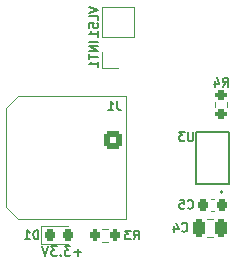
<source format=gbo>
G04 #@! TF.GenerationSoftware,KiCad,Pcbnew,(6.0.11-0)*
G04 #@! TF.CreationDate,2023-06-01T19:50:38-06:00*
G04 #@! TF.ProjectId,LightSensorPCB,4c696768-7453-4656-9e73-6f725043422e,rev?*
G04 #@! TF.SameCoordinates,Original*
G04 #@! TF.FileFunction,Legend,Bot*
G04 #@! TF.FilePolarity,Positive*
%FSLAX46Y46*%
G04 Gerber Fmt 4.6, Leading zero omitted, Abs format (unit mm)*
G04 Created by KiCad (PCBNEW (6.0.11-0)) date 2023-06-01 19:50:38*
%MOMM*%
%LPD*%
G01*
G04 APERTURE LIST*
G04 Aperture macros list*
%AMRoundRect*
0 Rectangle with rounded corners*
0 $1 Rounding radius*
0 $2 $3 $4 $5 $6 $7 $8 $9 X,Y pos of 4 corners*
0 Add a 4 corners polygon primitive as box body*
4,1,4,$2,$3,$4,$5,$6,$7,$8,$9,$2,$3,0*
0 Add four circle primitives for the rounded corners*
1,1,$1+$1,$2,$3*
1,1,$1+$1,$4,$5*
1,1,$1+$1,$6,$7*
1,1,$1+$1,$8,$9*
0 Add four rect primitives between the rounded corners*
20,1,$1+$1,$2,$3,$4,$5,0*
20,1,$1+$1,$4,$5,$6,$7,0*
20,1,$1+$1,$6,$7,$8,$9,0*
20,1,$1+$1,$8,$9,$2,$3,0*%
G04 Aperture macros list end*
%ADD10C,0.150000*%
%ADD11C,0.160000*%
%ADD12C,0.120000*%
%ADD13C,0.127000*%
%ADD14C,0.200000*%
%ADD15C,0.010000*%
%ADD16RoundRect,0.250000X-0.250000X-0.475000X0.250000X-0.475000X0.250000X0.475000X-0.250000X0.475000X0*%
%ADD17C,5.600000*%
%ADD18C,3.000000*%
%ADD19RoundRect,0.250001X-0.499999X0.499999X-0.499999X-0.499999X0.499999X-0.499999X0.499999X0.499999X0*%
%ADD20C,1.500000*%
%ADD21RoundRect,0.225000X-0.225000X-0.250000X0.225000X-0.250000X0.225000X0.250000X-0.225000X0.250000X0*%
%ADD22R,1.700000X1.700000*%
%ADD23O,1.700000X1.700000*%
%ADD24R,0.500000X0.500000*%
%ADD25RoundRect,0.218750X-0.218750X-0.256250X0.218750X-0.256250X0.218750X0.256250X-0.218750X0.256250X0*%
%ADD26RoundRect,0.200000X0.275000X-0.200000X0.275000X0.200000X-0.275000X0.200000X-0.275000X-0.200000X0*%
%ADD27RoundRect,0.200000X-0.200000X-0.275000X0.200000X-0.275000X0.200000X0.275000X-0.200000X0.275000X0*%
G04 APERTURE END LIST*
D10*
X108339285Y-104664285D02*
X107589285Y-104664285D01*
X108339285Y-105021428D02*
X107589285Y-105021428D01*
X108339285Y-105450000D01*
X107589285Y-105450000D01*
X107589285Y-105700000D02*
X107589285Y-106128571D01*
X108339285Y-105914285D02*
X107589285Y-105914285D01*
X108339285Y-106771428D02*
X108339285Y-106342857D01*
X108339285Y-106557142D02*
X107589285Y-106557142D01*
X107696428Y-106485714D01*
X107767857Y-106414285D01*
X107803571Y-106342857D01*
X107589285Y-101732142D02*
X108339285Y-101982142D01*
X107589285Y-102232142D01*
X108339285Y-102839285D02*
X108339285Y-102482142D01*
X107589285Y-102482142D01*
X107589285Y-103446428D02*
X107589285Y-103089285D01*
X107946428Y-103053571D01*
X107910714Y-103089285D01*
X107875000Y-103160714D01*
X107875000Y-103339285D01*
X107910714Y-103410714D01*
X107946428Y-103446428D01*
X108017857Y-103482142D01*
X108196428Y-103482142D01*
X108267857Y-103446428D01*
X108303571Y-103410714D01*
X108339285Y-103339285D01*
X108339285Y-103160714D01*
X108303571Y-103089285D01*
X108267857Y-103053571D01*
X108339285Y-104196428D02*
X108339285Y-103767857D01*
X108339285Y-103982142D02*
X107589285Y-103982142D01*
X107696428Y-103910714D01*
X107767857Y-103839285D01*
X107803571Y-103767857D01*
D11*
X106900000Y-122457142D02*
X106290476Y-122457142D01*
X106595238Y-122761904D02*
X106595238Y-122152380D01*
X105985714Y-121961904D02*
X105490476Y-121961904D01*
X105757142Y-122266666D01*
X105642857Y-122266666D01*
X105566666Y-122304761D01*
X105528571Y-122342857D01*
X105490476Y-122419047D01*
X105490476Y-122609523D01*
X105528571Y-122685714D01*
X105566666Y-122723809D01*
X105642857Y-122761904D01*
X105871428Y-122761904D01*
X105947619Y-122723809D01*
X105985714Y-122685714D01*
X105147619Y-122685714D02*
X105109523Y-122723809D01*
X105147619Y-122761904D01*
X105185714Y-122723809D01*
X105147619Y-122685714D01*
X105147619Y-122761904D01*
X104842857Y-121961904D02*
X104347619Y-121961904D01*
X104614285Y-122266666D01*
X104500000Y-122266666D01*
X104423809Y-122304761D01*
X104385714Y-122342857D01*
X104347619Y-122419047D01*
X104347619Y-122609523D01*
X104385714Y-122685714D01*
X104423809Y-122723809D01*
X104500000Y-122761904D01*
X104728571Y-122761904D01*
X104804761Y-122723809D01*
X104842857Y-122685714D01*
X104119047Y-121961904D02*
X103852380Y-122761904D01*
X103585714Y-121961904D01*
D10*
X115425000Y-120667857D02*
X115460714Y-120703571D01*
X115567857Y-120739285D01*
X115639285Y-120739285D01*
X115746428Y-120703571D01*
X115817857Y-120632142D01*
X115853571Y-120560714D01*
X115889285Y-120417857D01*
X115889285Y-120310714D01*
X115853571Y-120167857D01*
X115817857Y-120096428D01*
X115746428Y-120025000D01*
X115639285Y-119989285D01*
X115567857Y-119989285D01*
X115460714Y-120025000D01*
X115425000Y-120060714D01*
X114782142Y-120239285D02*
X114782142Y-120739285D01*
X114960714Y-119953571D02*
X115139285Y-120489285D01*
X114675000Y-120489285D01*
X109950000Y-109689285D02*
X109950000Y-110225000D01*
X109985714Y-110332142D01*
X110057142Y-110403571D01*
X110164285Y-110439285D01*
X110235714Y-110439285D01*
X109200000Y-110439285D02*
X109628571Y-110439285D01*
X109414285Y-110439285D02*
X109414285Y-109689285D01*
X109485714Y-109796428D01*
X109557142Y-109867857D01*
X109628571Y-109903571D01*
X115925000Y-118717857D02*
X115960714Y-118753571D01*
X116067857Y-118789285D01*
X116139285Y-118789285D01*
X116246428Y-118753571D01*
X116317857Y-118682142D01*
X116353571Y-118610714D01*
X116389285Y-118467857D01*
X116389285Y-118360714D01*
X116353571Y-118217857D01*
X116317857Y-118146428D01*
X116246428Y-118075000D01*
X116139285Y-118039285D01*
X116067857Y-118039285D01*
X115960714Y-118075000D01*
X115925000Y-118110714D01*
X115246428Y-118039285D02*
X115603571Y-118039285D01*
X115639285Y-118396428D01*
X115603571Y-118360714D01*
X115532142Y-118325000D01*
X115353571Y-118325000D01*
X115282142Y-118360714D01*
X115246428Y-118396428D01*
X115210714Y-118467857D01*
X115210714Y-118646428D01*
X115246428Y-118717857D01*
X115282142Y-118753571D01*
X115353571Y-118789285D01*
X115532142Y-118789285D01*
X115603571Y-118753571D01*
X115639285Y-118717857D01*
X116371428Y-112289285D02*
X116371428Y-112896428D01*
X116335714Y-112967857D01*
X116300000Y-113003571D01*
X116228571Y-113039285D01*
X116085714Y-113039285D01*
X116014285Y-113003571D01*
X115978571Y-112967857D01*
X115942857Y-112896428D01*
X115942857Y-112289285D01*
X115657142Y-112289285D02*
X115192857Y-112289285D01*
X115442857Y-112575000D01*
X115335714Y-112575000D01*
X115264285Y-112610714D01*
X115228571Y-112646428D01*
X115192857Y-112717857D01*
X115192857Y-112896428D01*
X115228571Y-112967857D01*
X115264285Y-113003571D01*
X115335714Y-113039285D01*
X115550000Y-113039285D01*
X115621428Y-113003571D01*
X115657142Y-112967857D01*
X103253571Y-121339285D02*
X103253571Y-120589285D01*
X103075000Y-120589285D01*
X102967857Y-120625000D01*
X102896428Y-120696428D01*
X102860714Y-120767857D01*
X102825000Y-120910714D01*
X102825000Y-121017857D01*
X102860714Y-121160714D01*
X102896428Y-121232142D01*
X102967857Y-121303571D01*
X103075000Y-121339285D01*
X103253571Y-121339285D01*
X102110714Y-121339285D02*
X102539285Y-121339285D01*
X102325000Y-121339285D02*
X102325000Y-120589285D01*
X102396428Y-120696428D01*
X102467857Y-120767857D01*
X102539285Y-120803571D01*
X118875000Y-108439285D02*
X119125000Y-108082142D01*
X119303571Y-108439285D02*
X119303571Y-107689285D01*
X119017857Y-107689285D01*
X118946428Y-107725000D01*
X118910714Y-107760714D01*
X118875000Y-107832142D01*
X118875000Y-107939285D01*
X118910714Y-108010714D01*
X118946428Y-108046428D01*
X119017857Y-108082142D01*
X119303571Y-108082142D01*
X118232142Y-107939285D02*
X118232142Y-108439285D01*
X118410714Y-107653571D02*
X118589285Y-108189285D01*
X118125000Y-108189285D01*
X111325000Y-121379285D02*
X111575000Y-121022142D01*
X111753571Y-121379285D02*
X111753571Y-120629285D01*
X111467857Y-120629285D01*
X111396428Y-120665000D01*
X111360714Y-120700714D01*
X111325000Y-120772142D01*
X111325000Y-120879285D01*
X111360714Y-120950714D01*
X111396428Y-120986428D01*
X111467857Y-121022142D01*
X111753571Y-121022142D01*
X111075000Y-120629285D02*
X110610714Y-120629285D01*
X110860714Y-120915000D01*
X110753571Y-120915000D01*
X110682142Y-120950714D01*
X110646428Y-120986428D01*
X110610714Y-121057857D01*
X110610714Y-121236428D01*
X110646428Y-121307857D01*
X110682142Y-121343571D01*
X110753571Y-121379285D01*
X110967857Y-121379285D01*
X111039285Y-121343571D01*
X111075000Y-121307857D01*
D12*
X117538748Y-119665000D02*
X118061252Y-119665000D01*
X117538748Y-121135000D02*
X118061252Y-121135000D01*
X100555000Y-110265000D02*
X100555000Y-118635000D01*
X110685000Y-119635000D02*
X110685000Y-109265000D01*
X110685000Y-109265000D02*
X101555000Y-109265000D01*
X101555000Y-109265000D02*
X100555000Y-110265000D01*
X101555000Y-119635000D02*
X110685000Y-119635000D01*
X100555000Y-118635000D02*
X101555000Y-119635000D01*
X117859420Y-117940000D02*
X118140580Y-117940000D01*
X117859420Y-118960000D02*
X118140580Y-118960000D01*
X108670000Y-104270000D02*
X108670000Y-101670000D01*
X111330000Y-104270000D02*
X111330000Y-101670000D01*
X108670000Y-106870000D02*
X110000000Y-106870000D01*
X108670000Y-105540000D02*
X108670000Y-106870000D01*
X108670000Y-101670000D02*
X111330000Y-101670000D01*
X108670000Y-104270000D02*
X111330000Y-104270000D01*
D13*
X119370000Y-116650000D02*
X116630000Y-116650000D01*
X119370000Y-116650000D02*
X119370000Y-112250000D01*
X116630000Y-112250000D02*
X119370000Y-112250000D01*
X116630000Y-112250000D02*
X116630000Y-116650000D01*
D14*
X118885000Y-117352000D02*
G75*
G03*
X118885000Y-117352000I-100000J0D01*
G01*
D12*
X105800000Y-121735000D02*
X103515000Y-121735000D01*
X103515000Y-121735000D02*
X103515000Y-120265000D01*
X103515000Y-120265000D02*
X105800000Y-120265000D01*
X118227500Y-110187258D02*
X118227500Y-109712742D01*
X119272500Y-110187258D02*
X119272500Y-109712742D01*
X108687742Y-121562500D02*
X109162258Y-121562500D01*
X108687742Y-120517500D02*
X109162258Y-120517500D01*
%LPC*%
G36*
X119150000Y-116400000D02*
G01*
X118900000Y-116400000D01*
X118900000Y-116480000D01*
X118450000Y-116480000D01*
X118450000Y-115700000D01*
X119150000Y-115700000D01*
X119150000Y-116400000D01*
G37*
D15*
X119150000Y-116400000D02*
X118900000Y-116400000D01*
X118900000Y-116480000D01*
X118450000Y-116480000D01*
X118450000Y-115700000D01*
X119150000Y-115700000D01*
X119150000Y-116400000D01*
D16*
X116850000Y-120400000D03*
X118750000Y-120400000D03*
D17*
X103500000Y-103500000D03*
X116500000Y-103500000D03*
D18*
X105265000Y-114450000D03*
D19*
X109585000Y-112950000D03*
D20*
X109585000Y-115950000D03*
X112585000Y-112950000D03*
X112585000Y-115950000D03*
D21*
X117225000Y-118450000D03*
X118775000Y-118450000D03*
D22*
X110000000Y-105540000D03*
D23*
X110000000Y-103000000D03*
D24*
X118800000Y-115250000D03*
X118800000Y-114450000D03*
X118800000Y-113650000D03*
X118800000Y-112850000D03*
X118000000Y-112850000D03*
X117200000Y-112850000D03*
X117200000Y-113650000D03*
X117200000Y-114450000D03*
X117200000Y-115250000D03*
X117200000Y-116050000D03*
X118000000Y-116050000D03*
D25*
X104212500Y-121000000D03*
X105787500Y-121000000D03*
D26*
X118750000Y-110775000D03*
X118750000Y-109125000D03*
D27*
X108100000Y-121040000D03*
X109750000Y-121040000D03*
M02*

</source>
